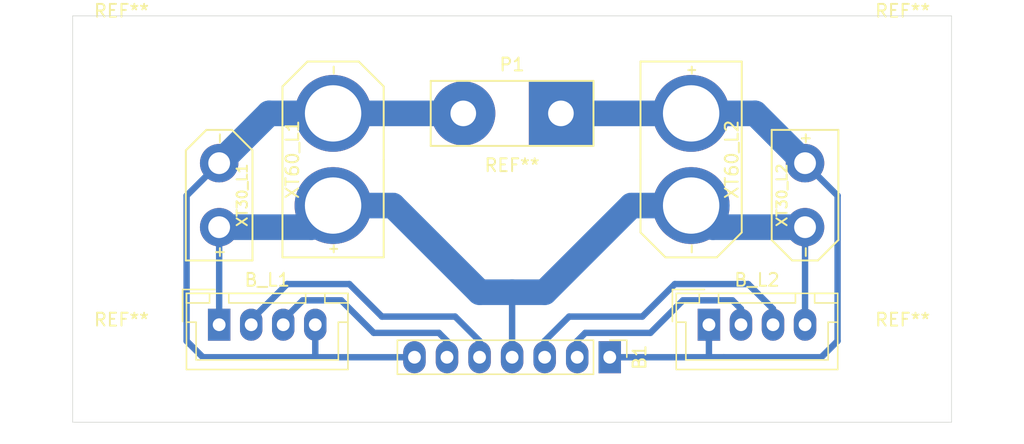
<source format=kicad_pcb>
(kicad_pcb (version 20171130) (host pcbnew "(5.1.2)-1")

  (general
    (thickness 1.6)
    (drawings 8)
    (tracks 62)
    (zones 0)
    (modules 13)
    (nets 8)
  )

  (page A4)
  (layers
    (0 F.Cu signal)
    (31 B.Cu signal)
    (32 B.Adhes user)
    (33 F.Adhes user)
    (34 B.Paste user)
    (35 F.Paste user)
    (36 B.SilkS user)
    (37 F.SilkS user)
    (38 B.Mask user)
    (39 F.Mask user)
    (40 Dwgs.User user)
    (41 Cmts.User user)
    (42 Eco1.User user)
    (43 Eco2.User user)
    (44 Edge.Cuts user)
    (45 Margin user)
    (46 B.CrtYd user)
    (47 F.CrtYd user)
    (48 B.Fab user)
    (49 F.Fab user)
  )

  (setup
    (last_trace_width 0.5)
    (trace_clearance 0.35)
    (zone_clearance 0.508)
    (zone_45_only no)
    (trace_min 0.2)
    (via_size 0.8)
    (via_drill 0.4)
    (via_min_size 0.4)
    (via_min_drill 0.3)
    (uvia_size 0.3)
    (uvia_drill 0.1)
    (uvias_allowed no)
    (uvia_min_size 0.2)
    (uvia_min_drill 0.1)
    (edge_width 0.05)
    (segment_width 0.2)
    (pcb_text_width 0.3)
    (pcb_text_size 1.5 1.5)
    (mod_edge_width 0.12)
    (mod_text_size 1 1)
    (mod_text_width 0.15)
    (pad_size 2.5 1.75)
    (pad_drill 1)
    (pad_to_mask_clearance 0.051)
    (solder_mask_min_width 0.25)
    (aux_axis_origin 0 0)
    (visible_elements 7FFFFFFF)
    (pcbplotparams
      (layerselection 0x01100_fffffffe)
      (usegerberextensions false)
      (usegerberattributes false)
      (usegerberadvancedattributes false)
      (creategerberjobfile false)
      (excludeedgelayer true)
      (linewidth 0.100000)
      (plotframeref false)
      (viasonmask false)
      (mode 1)
      (useauxorigin false)
      (hpglpennumber 1)
      (hpglpenspeed 20)
      (hpglpendiameter 15.000000)
      (psnegative false)
      (psa4output false)
      (plotreference true)
      (plotvalue true)
      (plotinvisibletext false)
      (padsonsilk false)
      (subtractmaskfromsilk false)
      (outputformat 1)
      (mirror false)
      (drillshape 0)
      (scaleselection 1)
      (outputdirectory "Gerber"))
  )

  (net 0 "")
  (net 1 /+5s)
  (net 2 /+4s)
  (net 3 /+3s)
  (net 4 /+2s)
  (net 5 /+1s)
  (net 6 /-)
  (net 7 /+6s)

  (net_class Default "This is the default net class."
    (clearance 0.35)
    (trace_width 0.5)
    (via_dia 0.8)
    (via_drill 0.4)
    (uvia_dia 0.3)
    (uvia_drill 0.1)
    (add_net /+1s)
    (add_net /+2s)
    (add_net /+3s)
    (add_net /+4s)
    (add_net /+5s)
    (add_net /+6s)
    (add_net /-)
  )

  (net_class Power ""
    (clearance 0.35)
    (trace_width 2)
    (via_dia 0.8)
    (via_drill 0.4)
    (uvia_dia 0.3)
    (uvia_drill 0.1)
  )

  (module Mounting_Holes:MountingHole_3.2mm_M3 (layer F.Cu) (tedit 56D1B4CB) (tstamp 5CD06F3D)
    (at 91.44 58.42)
    (descr "Mounting Hole 3.2mm, no annular, M3")
    (tags "mounting hole 3.2mm no annular m3")
    (attr virtual)
    (fp_text reference REF** (at 0 -4.2) (layer F.SilkS)
      (effects (font (size 1 1) (thickness 0.15)))
    )
    (fp_text value MountingHole_3.2mm_M3 (at 0 4.2) (layer F.Fab)
      (effects (font (size 1 1) (thickness 0.15)))
    )
    (fp_circle (center 0 0) (end 3.45 0) (layer F.CrtYd) (width 0.05))
    (fp_circle (center 0 0) (end 3.2 0) (layer Cmts.User) (width 0.15))
    (fp_text user %R (at 0.3 0) (layer F.Fab)
      (effects (font (size 1 1) (thickness 0.15)))
    )
    (pad 1 np_thru_hole circle (at 0 0) (size 3.2 3.2) (drill 3.2) (layers *.Cu *.Mask))
  )

  (module Mounting_Holes:MountingHole_3.2mm_M3 (layer F.Cu) (tedit 56D1B4CB) (tstamp 5CD06FF0)
    (at 121.92 70.485)
    (descr "Mounting Hole 3.2mm, no annular, M3")
    (tags "mounting hole 3.2mm no annular m3")
    (attr virtual)
    (fp_text reference REF** (at 0 -4.2) (layer F.SilkS)
      (effects (font (size 1 1) (thickness 0.15)))
    )
    (fp_text value MountingHole_3.2mm_M3 (at 0 4.2) (layer F.Fab)
      (effects (font (size 1 1) (thickness 0.15)))
    )
    (fp_text user %R (at 0.3 0) (layer F.Fab)
      (effects (font (size 1 1) (thickness 0.15)))
    )
    (fp_circle (center 0 0) (end 3.2 0) (layer Cmts.User) (width 0.15))
    (fp_circle (center 0 0) (end 3.45 0) (layer F.CrtYd) (width 0.05))
    (pad 1 np_thru_hole circle (at 0 0) (size 3.2 3.2) (drill 3.2) (layers *.Cu *.Mask))
  )

  (module Mounting_Holes:MountingHole_3.2mm_M3 (layer F.Cu) (tedit 56D1B4CB) (tstamp 5CD06FBF)
    (at 91.44 82.55)
    (descr "Mounting Hole 3.2mm, no annular, M3")
    (tags "mounting hole 3.2mm no annular m3")
    (attr virtual)
    (fp_text reference REF** (at 0 -4.2) (layer F.SilkS)
      (effects (font (size 1 1) (thickness 0.15)))
    )
    (fp_text value MountingHole_3.2mm_M3 (at 0 4.2) (layer F.Fab)
      (effects (font (size 1 1) (thickness 0.15)))
    )
    (fp_text user %R (at 0.3 0) (layer F.Fab)
      (effects (font (size 1 1) (thickness 0.15)))
    )
    (fp_circle (center 0 0) (end 3.2 0) (layer Cmts.User) (width 0.15))
    (fp_circle (center 0 0) (end 3.45 0) (layer F.CrtYd) (width 0.05))
    (pad 1 np_thru_hole circle (at 0 0) (size 3.2 3.2) (drill 3.2) (layers *.Cu *.Mask))
  )

  (module Mounting_Holes:MountingHole_3.2mm_M3 (layer F.Cu) (tedit 56D1B4CB) (tstamp 5CD06FA2)
    (at 152.4 82.55)
    (descr "Mounting Hole 3.2mm, no annular, M3")
    (tags "mounting hole 3.2mm no annular m3")
    (attr virtual)
    (fp_text reference REF** (at 0 -4.2) (layer F.SilkS)
      (effects (font (size 1 1) (thickness 0.15)))
    )
    (fp_text value MountingHole_3.2mm_M3 (at 0 4.2) (layer F.Fab)
      (effects (font (size 1 1) (thickness 0.15)))
    )
    (fp_circle (center 0 0) (end 3.45 0) (layer F.CrtYd) (width 0.05))
    (fp_circle (center 0 0) (end 3.2 0) (layer Cmts.User) (width 0.15))
    (fp_text user %R (at 0.3 0) (layer F.Fab)
      (effects (font (size 1 1) (thickness 0.15)))
    )
    (pad 1 np_thru_hole circle (at 0 0) (size 3.2 3.2) (drill 3.2) (layers *.Cu *.Mask))
  )

  (module Mounting_Holes:MountingHole_3.2mm_M3 (layer F.Cu) (tedit 56D1B4CB) (tstamp 5CD06F1E)
    (at 152.4 58.42)
    (descr "Mounting Hole 3.2mm, no annular, M3")
    (tags "mounting hole 3.2mm no annular m3")
    (attr virtual)
    (fp_text reference REF** (at 0 -4.2) (layer F.SilkS)
      (effects (font (size 1 1) (thickness 0.15)))
    )
    (fp_text value MountingHole_3.2mm_M3 (at 0 4.2) (layer F.Fab)
      (effects (font (size 1 1) (thickness 0.15)))
    )
    (fp_text user %R (at 0.3 0) (layer F.Fab)
      (effects (font (size 1 1) (thickness 0.15)))
    )
    (fp_circle (center 0 0) (end 3.2 0) (layer Cmts.User) (width 0.15))
    (fp_circle (center 0 0) (end 3.45 0) (layer F.CrtYd) (width 0.05))
    (pad 1 np_thru_hole circle (at 0 0) (size 3.2 3.2) (drill 3.2) (layers *.Cu *.Mask))
  )

  (module Pin_Headers:Pin_Header_Straight_1x07_Pitch2.54mm (layer F.Cu) (tedit 5CD18946) (tstamp 5CD06E6F)
    (at 129.54 81.28 270)
    (descr "Through hole straight pin header, 1x07, 2.54mm pitch, single row")
    (tags "Through hole pin header THT 1x07 2.54mm single row")
    (path /5CC88AE2)
    (fp_text reference B1 (at 0 -2.33 90) (layer F.SilkS)
      (effects (font (size 1 1) (thickness 0.15)))
    )
    (fp_text value Conn_01x07_Male (at 0 17.57 90) (layer F.Fab)
      (effects (font (size 1 1) (thickness 0.15)))
    )
    (fp_text user %R (at 0 7.62) (layer F.Fab)
      (effects (font (size 1 1) (thickness 0.15)))
    )
    (fp_line (start 1.8 -1.8) (end -1.8 -1.8) (layer F.CrtYd) (width 0.05))
    (fp_line (start 1.8 17.05) (end 1.8 -1.8) (layer F.CrtYd) (width 0.05))
    (fp_line (start -1.8 17.05) (end 1.8 17.05) (layer F.CrtYd) (width 0.05))
    (fp_line (start -1.8 -1.8) (end -1.8 17.05) (layer F.CrtYd) (width 0.05))
    (fp_line (start -1.33 -1.33) (end 0 -1.33) (layer F.SilkS) (width 0.12))
    (fp_line (start -1.33 0) (end -1.33 -1.33) (layer F.SilkS) (width 0.12))
    (fp_line (start -1.33 1.27) (end 1.33 1.27) (layer F.SilkS) (width 0.12))
    (fp_line (start 1.33 1.27) (end 1.33 16.57) (layer F.SilkS) (width 0.12))
    (fp_line (start -1.33 1.27) (end -1.33 16.57) (layer F.SilkS) (width 0.12))
    (fp_line (start -1.33 16.57) (end 1.33 16.57) (layer F.SilkS) (width 0.12))
    (fp_line (start -1.27 -0.635) (end -0.635 -1.27) (layer F.Fab) (width 0.1))
    (fp_line (start -1.27 16.51) (end -1.27 -0.635) (layer F.Fab) (width 0.1))
    (fp_line (start 1.27 16.51) (end -1.27 16.51) (layer F.Fab) (width 0.1))
    (fp_line (start 1.27 -1.27) (end 1.27 16.51) (layer F.Fab) (width 0.1))
    (fp_line (start -0.635 -1.27) (end 1.27 -1.27) (layer F.Fab) (width 0.1))
    (pad 7 thru_hole oval (at 0 15.24 270) (size 2.5 1.75) (drill 1) (layers *.Cu *.Mask)
      (net 6 /-))
    (pad 6 thru_hole oval (at 0 12.7 270) (size 2.5 1.75) (drill 1) (layers *.Cu *.Mask)
      (net 5 /+1s))
    (pad 5 thru_hole oval (at 0 10.16 270) (size 2.5 1.75) (drill 1) (layers *.Cu *.Mask)
      (net 4 /+2s))
    (pad 4 thru_hole oval (at 0 7.62 270) (size 2.5 1.75) (drill 1) (layers *.Cu *.Mask)
      (net 3 /+3s))
    (pad 3 thru_hole oval (at 0 5.08 270) (size 2.5 1.75) (drill 1) (layers *.Cu *.Mask)
      (net 2 /+4s))
    (pad 2 thru_hole oval (at 0 2.54 270) (size 2.5 1.75) (drill 1) (layers *.Cu *.Mask)
      (net 1 /+5s))
    (pad 1 thru_hole rect (at 0 0 270) (size 2.5 1.75) (drill 1) (layers *.Cu *.Mask)
      (net 7 /+6s))
    (model ${KISYS3DMOD}/Pin_Headers.3dshapes/Pin_Header_Straight_1x07_Pitch2.54mm.wrl
      (at (xyz 0 0 0))
      (scale (xyz 1 1 1))
      (rotate (xyz 0 0 0))
    )
  )

  (module Connectors_JST:JST_XH_B04B-XH-A_04x2.50mm_Straight (layer F.Cu) (tedit 5CD18880) (tstamp 5CD06B82)
    (at 99.06 78.74)
    (descr "JST XH series connector, B04B-XH-A, top entry type, through hole")
    (tags "connector jst xh tht top vertical 2.50mm")
    (path /5CC8F3DF)
    (fp_text reference B_L1 (at 3.75 -3.5) (layer F.SilkS)
      (effects (font (size 1 1) (thickness 0.15)))
    )
    (fp_text value Conn_01x04 (at 3.75 4.5) (layer F.Fab)
      (effects (font (size 1 1) (thickness 0.15)))
    )
    (fp_text user %R (at 3.75 2.5) (layer F.Fab)
      (effects (font (size 1 1) (thickness 0.15)))
    )
    (fp_line (start -2.85 -2.75) (end -2.85 -0.25) (layer F.Fab) (width 0.1))
    (fp_line (start -0.35 -2.75) (end -2.85 -2.75) (layer F.Fab) (width 0.1))
    (fp_line (start -2.85 -2.75) (end -2.85 -0.25) (layer F.SilkS) (width 0.12))
    (fp_line (start -0.35 -2.75) (end -2.85 -2.75) (layer F.SilkS) (width 0.12))
    (fp_line (start 9.3 2.75) (end 3.75 2.75) (layer F.SilkS) (width 0.12))
    (fp_line (start 9.3 -0.2) (end 9.3 2.75) (layer F.SilkS) (width 0.12))
    (fp_line (start 10.05 -0.2) (end 9.3 -0.2) (layer F.SilkS) (width 0.12))
    (fp_line (start -1.8 2.75) (end 3.75 2.75) (layer F.SilkS) (width 0.12))
    (fp_line (start -1.8 -0.2) (end -1.8 2.75) (layer F.SilkS) (width 0.12))
    (fp_line (start -2.55 -0.2) (end -1.8 -0.2) (layer F.SilkS) (width 0.12))
    (fp_line (start 10.05 -2.45) (end 8.25 -2.45) (layer F.SilkS) (width 0.12))
    (fp_line (start 10.05 -1.7) (end 10.05 -2.45) (layer F.SilkS) (width 0.12))
    (fp_line (start 8.25 -1.7) (end 10.05 -1.7) (layer F.SilkS) (width 0.12))
    (fp_line (start 8.25 -2.45) (end 8.25 -1.7) (layer F.SilkS) (width 0.12))
    (fp_line (start -0.75 -2.45) (end -2.55 -2.45) (layer F.SilkS) (width 0.12))
    (fp_line (start -0.75 -1.7) (end -0.75 -2.45) (layer F.SilkS) (width 0.12))
    (fp_line (start -2.55 -1.7) (end -0.75 -1.7) (layer F.SilkS) (width 0.12))
    (fp_line (start -2.55 -2.45) (end -2.55 -1.7) (layer F.SilkS) (width 0.12))
    (fp_line (start 6.75 -2.45) (end 0.75 -2.45) (layer F.SilkS) (width 0.12))
    (fp_line (start 6.75 -1.7) (end 6.75 -2.45) (layer F.SilkS) (width 0.12))
    (fp_line (start 0.75 -1.7) (end 6.75 -1.7) (layer F.SilkS) (width 0.12))
    (fp_line (start 0.75 -2.45) (end 0.75 -1.7) (layer F.SilkS) (width 0.12))
    (fp_line (start 10.05 -2.45) (end -2.55 -2.45) (layer F.SilkS) (width 0.12))
    (fp_line (start 10.05 3.5) (end 10.05 -2.45) (layer F.SilkS) (width 0.12))
    (fp_line (start -2.55 3.5) (end 10.05 3.5) (layer F.SilkS) (width 0.12))
    (fp_line (start -2.55 -2.45) (end -2.55 3.5) (layer F.SilkS) (width 0.12))
    (fp_line (start 10.45 -2.85) (end -2.95 -2.85) (layer F.CrtYd) (width 0.05))
    (fp_line (start 10.45 3.9) (end 10.45 -2.85) (layer F.CrtYd) (width 0.05))
    (fp_line (start -2.95 3.9) (end 10.45 3.9) (layer F.CrtYd) (width 0.05))
    (fp_line (start -2.95 -2.85) (end -2.95 3.9) (layer F.CrtYd) (width 0.05))
    (fp_line (start 9.95 -2.35) (end -2.45 -2.35) (layer F.Fab) (width 0.1))
    (fp_line (start 9.95 3.4) (end 9.95 -2.35) (layer F.Fab) (width 0.1))
    (fp_line (start -2.45 3.4) (end 9.95 3.4) (layer F.Fab) (width 0.1))
    (fp_line (start -2.45 -2.35) (end -2.45 3.4) (layer F.Fab) (width 0.1))
    (pad 4 thru_hole oval (at 7.5 0) (size 1.75 2.5) (drill 1) (layers *.Cu *.Mask)
      (net 6 /-))
    (pad 3 thru_hole oval (at 5 0) (size 1.75 2.5) (drill 1) (layers *.Cu *.Mask)
      (net 5 /+1s))
    (pad 2 thru_hole oval (at 2.5 0) (size 1.75 2.5) (drill 1) (layers *.Cu *.Mask)
      (net 4 /+2s))
    (pad 1 thru_hole rect (at 0 0) (size 1.75 2.5) (drill 1) (layers *.Cu *.Mask)
      (net 3 /+3s))
    (model Connectors_JST.3dshapes/JST_XH_B04B-XH-A_04x2.50mm_Straight.wrl
      (at (xyz 0 0 0))
      (scale (xyz 1 1 1))
      (rotate (xyz 0 0 0))
    )
  )

  (module Connectors_JST:JST_XH_B04B-XH-A_04x2.50mm_Straight (layer F.Cu) (tedit 5CD188D7) (tstamp 5CD05DAF)
    (at 137.28 78.74)
    (descr "JST XH series connector, B04B-XH-A, top entry type, through hole")
    (tags "connector jst xh tht top vertical 2.50mm")
    (path /5CC8E52C)
    (fp_text reference B_L2 (at 3.75 -3.5) (layer F.SilkS)
      (effects (font (size 1 1) (thickness 0.15)))
    )
    (fp_text value Conn_01x04 (at 3.75 4.5) (layer F.Fab)
      (effects (font (size 1 1) (thickness 0.15)))
    )
    (fp_line (start -2.45 -2.35) (end -2.45 3.4) (layer F.Fab) (width 0.1))
    (fp_line (start -2.45 3.4) (end 9.95 3.4) (layer F.Fab) (width 0.1))
    (fp_line (start 9.95 3.4) (end 9.95 -2.35) (layer F.Fab) (width 0.1))
    (fp_line (start 9.95 -2.35) (end -2.45 -2.35) (layer F.Fab) (width 0.1))
    (fp_line (start -2.95 -2.85) (end -2.95 3.9) (layer F.CrtYd) (width 0.05))
    (fp_line (start -2.95 3.9) (end 10.45 3.9) (layer F.CrtYd) (width 0.05))
    (fp_line (start 10.45 3.9) (end 10.45 -2.85) (layer F.CrtYd) (width 0.05))
    (fp_line (start 10.45 -2.85) (end -2.95 -2.85) (layer F.CrtYd) (width 0.05))
    (fp_line (start -2.55 -2.45) (end -2.55 3.5) (layer F.SilkS) (width 0.12))
    (fp_line (start -2.55 3.5) (end 10.05 3.5) (layer F.SilkS) (width 0.12))
    (fp_line (start 10.05 3.5) (end 10.05 -2.45) (layer F.SilkS) (width 0.12))
    (fp_line (start 10.05 -2.45) (end -2.55 -2.45) (layer F.SilkS) (width 0.12))
    (fp_line (start 0.75 -2.45) (end 0.75 -1.7) (layer F.SilkS) (width 0.12))
    (fp_line (start 0.75 -1.7) (end 6.75 -1.7) (layer F.SilkS) (width 0.12))
    (fp_line (start 6.75 -1.7) (end 6.75 -2.45) (layer F.SilkS) (width 0.12))
    (fp_line (start 6.75 -2.45) (end 0.75 -2.45) (layer F.SilkS) (width 0.12))
    (fp_line (start -2.55 -2.45) (end -2.55 -1.7) (layer F.SilkS) (width 0.12))
    (fp_line (start -2.55 -1.7) (end -0.75 -1.7) (layer F.SilkS) (width 0.12))
    (fp_line (start -0.75 -1.7) (end -0.75 -2.45) (layer F.SilkS) (width 0.12))
    (fp_line (start -0.75 -2.45) (end -2.55 -2.45) (layer F.SilkS) (width 0.12))
    (fp_line (start 8.25 -2.45) (end 8.25 -1.7) (layer F.SilkS) (width 0.12))
    (fp_line (start 8.25 -1.7) (end 10.05 -1.7) (layer F.SilkS) (width 0.12))
    (fp_line (start 10.05 -1.7) (end 10.05 -2.45) (layer F.SilkS) (width 0.12))
    (fp_line (start 10.05 -2.45) (end 8.25 -2.45) (layer F.SilkS) (width 0.12))
    (fp_line (start -2.55 -0.2) (end -1.8 -0.2) (layer F.SilkS) (width 0.12))
    (fp_line (start -1.8 -0.2) (end -1.8 2.75) (layer F.SilkS) (width 0.12))
    (fp_line (start -1.8 2.75) (end 3.75 2.75) (layer F.SilkS) (width 0.12))
    (fp_line (start 10.05 -0.2) (end 9.3 -0.2) (layer F.SilkS) (width 0.12))
    (fp_line (start 9.3 -0.2) (end 9.3 2.75) (layer F.SilkS) (width 0.12))
    (fp_line (start 9.3 2.75) (end 3.75 2.75) (layer F.SilkS) (width 0.12))
    (fp_line (start -0.35 -2.75) (end -2.85 -2.75) (layer F.SilkS) (width 0.12))
    (fp_line (start -2.85 -2.75) (end -2.85 -0.25) (layer F.SilkS) (width 0.12))
    (fp_line (start -0.35 -2.75) (end -2.85 -2.75) (layer F.Fab) (width 0.1))
    (fp_line (start -2.85 -2.75) (end -2.85 -0.25) (layer F.Fab) (width 0.1))
    (fp_text user %R (at 3.75 2.5) (layer F.Fab)
      (effects (font (size 1 1) (thickness 0.15)))
    )
    (pad 1 thru_hole rect (at 0 0) (size 1.75 2.5) (drill 1) (layers *.Cu *.Mask)
      (net 7 /+6s))
    (pad 2 thru_hole oval (at 2.5 0) (size 1.75 2.5) (drill 1) (layers *.Cu *.Mask)
      (net 1 /+5s))
    (pad 3 thru_hole oval (at 5 0) (size 1.75 2.5) (drill 1) (layers *.Cu *.Mask)
      (net 2 /+4s))
    (pad 4 thru_hole oval (at 7.5 0) (size 1.75 2.5) (drill 1) (layers *.Cu *.Mask)
      (net 3 /+3s))
    (model Connectors_JST.3dshapes/JST_XH_B04B-XH-A_04x2.50mm_Straight.wrl
      (at (xyz 0 0 0))
      (scale (xyz 1 1 1))
      (rotate (xyz 0 0 0))
    )
  )

  (module PowerCable:PowerCable (layer F.Cu) (tedit 5BC5E358) (tstamp 5CD05DB9)
    (at 125.73 62.23 180)
    (path /5CC8D827)
    (fp_text reference P1 (at 3.81 3.81) (layer F.SilkS)
      (effects (font (size 1 1) (thickness 0.15)))
    )
    (fp_text value Conn_01x02_Male (at 3.81 -3.81) (layer F.Fab)
      (effects (font (size 1 1) (thickness 0.15)))
    )
    (fp_line (start -2.54 -2.54) (end 10.16 -2.54) (layer F.SilkS) (width 0.15))
    (fp_line (start 10.16 -2.54) (end 10.16 2.54) (layer F.SilkS) (width 0.15))
    (fp_line (start 10.16 2.54) (end -2.54 2.54) (layer F.SilkS) (width 0.15))
    (fp_line (start -2.54 2.54) (end -2.54 -2.54) (layer F.SilkS) (width 0.15))
    (pad 1 thru_hole rect (at 0 0 180) (size 5 5) (drill 2) (layers *.Cu *.Mask)
      (net 7 /+6s))
    (pad 2 thru_hole circle (at 7.62 0 180) (size 5 5) (drill 2) (layers *.Cu *.Mask)
      (net 6 /-))
  )

  (module XT:XT30 (layer F.Cu) (tedit 5CD0220C) (tstamp 5CD06093)
    (at 99.06 68.62 270)
    (path /5CCBDB4B)
    (fp_text reference XT30_L1 (at 0 -1.8 90) (layer F.SilkS)
      (effects (font (size 0.8 0.8) (thickness 0.15)))
    )
    (fp_text value Conn_01x02 (at 0 1.8 90) (layer F.Fab)
      (effects (font (size 0.8 0.8) (thickness 0.15)))
    )
    (fp_text user + (at 4.445 0 90) (layer F.SilkS)
      (effects (font (size 0.8 0.8) (thickness 0.15)))
    )
    (fp_text user - (at -4.445 0 90) (layer F.SilkS)
      (effects (font (size 0.8 0.8) (thickness 0.15)))
    )
    (fp_line (start 5.1 2.6) (end -3.5 2.6) (layer F.SilkS) (width 0.15))
    (fp_line (start -3.5 -2.6) (end 0 -2.6) (layer F.SilkS) (width 0.15))
    (fp_line (start -5.1 -1) (end -5.1 1) (layer F.SilkS) (width 0.15))
    (fp_line (start -5.1 1) (end -3.5 2.6) (layer F.SilkS) (width 0.15))
    (fp_line (start -5.1 -1) (end -3.5 -2.6) (layer F.SilkS) (width 0.15))
    (fp_line (start 5.1 -2.6) (end 5.1 2.6) (layer F.SilkS) (width 0.15))
    (fp_line (start 0 -2.6) (end 5.1 -2.6) (layer F.SilkS) (width 0.15))
    (pad 1 thru_hole circle (at 2.5 0 270) (size 3 3) (drill 1.7) (layers *.Cu *.Mask)
      (net 3 /+3s))
    (pad 2 thru_hole circle (at -2.5 0 270) (size 3 3) (drill 1.7) (layers *.Cu *.Mask)
      (net 6 /-))
  )

  (module XT:XT30 (layer F.Cu) (tedit 5CD0220C) (tstamp 5CD06A9D)
    (at 144.78 68.62 90)
    (path /5CC988DC)
    (fp_text reference XT30_L2 (at 0 -1.8 90) (layer F.SilkS)
      (effects (font (size 0.8 0.8) (thickness 0.15)))
    )
    (fp_text value Conn_01x02 (at 0 1.8 90) (layer F.Fab)
      (effects (font (size 0.8 0.8) (thickness 0.15)))
    )
    (fp_line (start 0 -2.6) (end 5.1 -2.6) (layer F.SilkS) (width 0.15))
    (fp_line (start 5.1 -2.6) (end 5.1 2.6) (layer F.SilkS) (width 0.15))
    (fp_line (start -5.1 -1) (end -3.5 -2.6) (layer F.SilkS) (width 0.15))
    (fp_line (start -5.1 1) (end -3.5 2.6) (layer F.SilkS) (width 0.15))
    (fp_line (start -5.1 -1) (end -5.1 1) (layer F.SilkS) (width 0.15))
    (fp_line (start -3.5 -2.6) (end 0 -2.6) (layer F.SilkS) (width 0.15))
    (fp_line (start 5.1 2.6) (end -3.5 2.6) (layer F.SilkS) (width 0.15))
    (fp_text user - (at -4.445 0 90) (layer F.SilkS)
      (effects (font (size 0.8 0.8) (thickness 0.15)))
    )
    (fp_text user + (at 4.445 0 90) (layer F.SilkS)
      (effects (font (size 0.8 0.8) (thickness 0.15)))
    )
    (pad 2 thru_hole circle (at -2.5 0 90) (size 3 3) (drill 1.7) (layers *.Cu *.Mask)
      (net 3 /+3s))
    (pad 1 thru_hole circle (at 2.5 0 90) (size 3 3) (drill 1.7) (layers *.Cu *.Mask)
      (net 7 /+6s))
  )

  (module XT:XT60 (layer F.Cu) (tedit 5CD05A7E) (tstamp 5CD06946)
    (at 107.95 65.83 270)
    (path /5CCBE27C)
    (fp_text reference XT60_L1 (at 0 3.175 90) (layer F.SilkS)
      (effects (font (size 1 1) (thickness 0.15)))
    )
    (fp_text value Conn_01x02 (at 0 -3.175 90) (layer F.Fab)
      (effects (font (size 1 1) (thickness 0.15)))
    )
    (fp_text user + (at 6.985 0 90) (layer F.SilkS)
      (effects (font (size 0.7 0.7) (thickness 0.15)))
    )
    (fp_text user - (at -6.985 0 90) (layer F.SilkS)
      (effects (font (size 0.7 0.7) (thickness 0.15)))
    )
    (fp_line (start -5.7 3.95) (end 7.65 3.95) (layer F.SilkS) (width 0.15))
    (fp_line (start -5.7 -3.95) (end 0 -3.95) (layer F.SilkS) (width 0.15))
    (fp_line (start -7.65 -2) (end -7.65 2) (layer F.SilkS) (width 0.15))
    (fp_line (start -7.65 2) (end -5.7 3.95) (layer F.SilkS) (width 0.15))
    (fp_line (start -7.65 -2) (end -5.7 -3.95) (layer F.SilkS) (width 0.15))
    (fp_line (start 7.65 -3.95) (end 7.65 3.95) (layer F.SilkS) (width 0.15))
    (fp_line (start 0 -3.95) (end 7.65 -3.95) (layer F.SilkS) (width 0.15))
    (pad 1 thru_hole circle (at 3.6 0 270) (size 6 6) (drill 4.4) (layers *.Cu *.Mask)
      (net 3 /+3s))
    (pad 2 thru_hole circle (at -3.6 0 270) (size 6 6) (drill 4.4) (layers *.Cu *.Mask)
      (net 6 /-))
  )

  (module XT:XT60 (layer F.Cu) (tedit 5CD05A7E) (tstamp 5CD05DF5)
    (at 135.89 65.83 90)
    (path /5CCB7791)
    (fp_text reference XT60_L2 (at 0 3.175 90) (layer F.SilkS)
      (effects (font (size 1 1) (thickness 0.15)))
    )
    (fp_text value Conn_01x02 (at 0 -3.175 90) (layer F.Fab)
      (effects (font (size 1 1) (thickness 0.15)))
    )
    (fp_line (start 0 -3.95) (end 7.65 -3.95) (layer F.SilkS) (width 0.15))
    (fp_line (start 7.65 -3.95) (end 7.65 3.95) (layer F.SilkS) (width 0.15))
    (fp_line (start -7.65 -2) (end -5.7 -3.95) (layer F.SilkS) (width 0.15))
    (fp_line (start -7.65 2) (end -5.7 3.95) (layer F.SilkS) (width 0.15))
    (fp_line (start -7.65 -2) (end -7.65 2) (layer F.SilkS) (width 0.15))
    (fp_line (start -5.7 -3.95) (end 0 -3.95) (layer F.SilkS) (width 0.15))
    (fp_line (start -5.7 3.95) (end 7.65 3.95) (layer F.SilkS) (width 0.15))
    (fp_text user - (at -6.985 0 90) (layer F.SilkS)
      (effects (font (size 0.7 0.7) (thickness 0.15)))
    )
    (fp_text user + (at 6.985 0 90) (layer F.SilkS)
      (effects (font (size 0.7 0.7) (thickness 0.15)))
    )
    (pad 2 thru_hole circle (at -3.6 0 90) (size 6 6) (drill 4.4) (layers *.Cu *.Mask)
      (net 3 /+3s))
    (pad 1 thru_hole circle (at 3.6 0 90) (size 6 6) (drill 4.4) (layers *.Cu *.Mask)
      (net 7 /+6s))
  )

  (gr_line (start 87.63 86.36) (end 156.21 86.36) (layer Edge.Cuts) (width 0.05) (tstamp 5CD06F7F))
  (gr_text "Only use it when you know what you are doing!" (at 121.92 84.455) (layer Dwgs.User) (tstamp 5CD06F4C)
    (effects (font (size 1.4 1.4) (thickness 0.3)) (justify mirror))
  )
  (gr_line (start 87.63 54.61) (end 156.21 54.61) (layer Edge.Cuts) (width 0.05))
  (gr_text 2 (at 152.4 70.485) (layer Dwgs.User) (tstamp 5CD06ED6)
    (effects (font (size 5 5) (thickness 1.25)) (justify mirror))
  )
  (gr_line (start 87.63 86.36) (end 87.63 54.61) (layer Edge.Cuts) (width 0.05) (tstamp 5CD06DA1))
  (gr_line (start 156.21 54.61) (end 156.21 86.36) (layer Edge.Cuts) (width 0.05))
  (gr_text 1 (at 91.44 70.485) (layer Dwgs.User) (tstamp 5CD02D1C)
    (effects (font (size 5 5) (thickness 1.25)) (justify mirror))
  )
  (gr_text "Balance Adapter Board for 2 3s Lipos" (at 121.92 56.515) (layer Dwgs.User) (tstamp 5CD06F05)
    (effects (font (size 1.5 1.5) (thickness 0.3)) (justify mirror))
  )

  (segment (start 127 81.28) (end 127 80.01) (width 0.5) (layer B.Cu) (net 1))
  (segment (start 139.112436 76.835) (end 139.78 77.502564) (width 0.5) (layer B.Cu) (net 1))
  (segment (start 139.78 77.502564) (end 139.78 78.74) (width 0.5) (layer B.Cu) (net 1))
  (segment (start 135.255 76.835) (end 139.112436 76.835) (width 0.5) (layer B.Cu) (net 1))
  (segment (start 132.715 79.375) (end 135.255 76.835) (width 0.5) (layer B.Cu) (net 1))
  (segment (start 127.635 79.375) (end 132.715 79.375) (width 0.5) (layer B.Cu) (net 1))
  (segment (start 127 80.01) (end 127.635 79.375) (width 0.5) (layer B.Cu) (net 1))
  (segment (start 142.28 78.74) (end 142.28 77.502564) (width 0.5) (layer B.Cu) (net 2))
  (segment (start 126.365 78.105) (end 124.46 80.01) (width 0.5) (layer B.Cu) (net 2))
  (segment (start 124.46 80.01) (end 124.46 81.28) (width 0.5) (layer B.Cu) (net 2))
  (segment (start 132.08 78.105) (end 126.365 78.105) (width 0.5) (layer B.Cu) (net 2))
  (segment (start 134.62 75.565) (end 132.08 78.105) (width 0.5) (layer B.Cu) (net 2))
  (segment (start 140.342436 75.565) (end 134.62 75.565) (width 0.5) (layer B.Cu) (net 2))
  (segment (start 142.28 77.502564) (end 140.342436 75.565) (width 0.5) (layer B.Cu) (net 2))
  (segment (start 144.78 78.74) (end 144.78 71.12) (width 0.5) (layer B.Cu) (net 3))
  (segment (start 124.46 76.2) (end 131.23 69.43) (width 2) (layer B.Cu) (net 3))
  (segment (start 112.61 69.43) (end 119.38 76.2) (width 2) (layer B.Cu) (net 3))
  (segment (start 121.92 81.28) (end 121.92 76.2) (width 0.5) (layer B.Cu) (net 3))
  (segment (start 119.38 76.2) (end 121.92 76.2) (width 2) (layer B.Cu) (net 3))
  (segment (start 121.92 76.2) (end 124.46 76.2) (width 2) (layer B.Cu) (net 3))
  (segment (start 107.95 69.43) (end 112.61 69.43) (width 2) (layer B.Cu) (net 3))
  (segment (start 131.23 69.43) (end 135.89 69.43) (width 2) (layer B.Cu) (net 3))
  (segment (start 106.26 71.12) (end 107.95 69.43) (width 2) (layer B.Cu) (net 3))
  (segment (start 99.06 71.12) (end 106.26 71.12) (width 2) (layer B.Cu) (net 3))
  (segment (start 137.58 71.12) (end 135.89 69.43) (width 2) (layer B.Cu) (net 3))
  (segment (start 144.78 71.12) (end 137.58 71.12) (width 2) (layer B.Cu) (net 3))
  (segment (start 99.06 78.74) (end 99.06 71.12) (width 0.5) (layer B.Cu) (net 3))
  (segment (start 119.38 80.01) (end 119.38 81.28) (width 0.5) (layer B.Cu) (net 4))
  (segment (start 117.475 78.105) (end 119.38 80.01) (width 0.5) (layer B.Cu) (net 4))
  (segment (start 111.76 78.105) (end 117.475 78.105) (width 0.5) (layer B.Cu) (net 4))
  (segment (start 109.22 75.565) (end 111.76 78.105) (width 0.5) (layer B.Cu) (net 4))
  (segment (start 101.56 78.365) (end 101.56 78.74) (width 0.5) (layer B.Cu) (net 4))
  (segment (start 104.36 75.565) (end 101.56 78.365) (width 0.5) (layer B.Cu) (net 4))
  (segment (start 109.22 75.565) (end 104.36 75.565) (width 0.5) (layer B.Cu) (net 4))
  (segment (start 116.84 80.01) (end 116.84 81.28) (width 0.5) (layer B.Cu) (net 5) (status 1000000))
  (segment (start 116.205 79.375) (end 116.84 80.01) (width 0.5) (layer B.Cu) (net 5) (status 1000000))
  (segment (start 111.125 79.375) (end 116.205 79.375) (width 0.5) (layer B.Cu) (net 5) (status 1000000))
  (segment (start 108.585 76.835) (end 111.125 79.375) (width 0.5) (layer B.Cu) (net 5) (status 1000000))
  (segment (start 104.06 78.365) (end 104.06 78.74) (width 0.5) (layer B.Cu) (net 5))
  (segment (start 105.59 76.835) (end 104.06 78.365) (width 0.5) (layer B.Cu) (net 5))
  (segment (start 108.585 76.835) (end 105.59 76.835) (width 0.5) (layer B.Cu) (net 5))
  (segment (start 96.52 68.66) (end 99.06 66.12) (width 0.5) (layer B.Cu) (net 6))
  (segment (start 97.79 81.28) (end 96.52 80.01) (width 0.5) (layer B.Cu) (net 6))
  (segment (start 96.52 80.01) (end 96.52 68.66) (width 0.5) (layer B.Cu) (net 6))
  (segment (start 118.11 62.23) (end 107.95 62.23) (width 2) (layer B.Cu) (net 6))
  (segment (start 102.95 62.23) (end 99.06 66.12) (width 2) (layer B.Cu) (net 6))
  (segment (start 107.95 62.23) (end 102.95 62.23) (width 2) (layer B.Cu) (net 6))
  (segment (start 106.56 81.16) (end 106.68 81.28) (width 0.5) (layer B.Cu) (net 6))
  (segment (start 106.56 78.74) (end 106.56 81.16) (width 0.5) (layer B.Cu) (net 6))
  (segment (start 97.79 81.28) (end 106.68 81.28) (width 0.5) (layer B.Cu) (net 6))
  (segment (start 106.68 81.28) (end 114.3 81.28) (width 0.5) (layer B.Cu) (net 6))
  (segment (start 147.32 68.66) (end 144.78 66.12) (width 0.5) (layer B.Cu) (net 7))
  (segment (start 137.28 81.28) (end 138.43 81.28) (width 0.5) (layer B.Cu) (net 7))
  (segment (start 146.05 81.28) (end 147.32 80.01) (width 0.5) (layer B.Cu) (net 7))
  (segment (start 138.43 81.28) (end 146.05 81.28) (width 0.5) (layer B.Cu) (net 7))
  (segment (start 147.32 80.01) (end 147.32 68.66) (width 0.5) (layer B.Cu) (net 7))
  (segment (start 137.28 79.965) (end 137.28 81.28) (width 0.5) (layer B.Cu) (net 7))
  (segment (start 137.28 78.74) (end 137.28 79.965) (width 0.5) (layer B.Cu) (net 7))
  (segment (start 129.54 81.28) (end 137.28 81.28) (width 0.5) (layer B.Cu) (net 7))
  (segment (start 125.73 62.23) (end 135.89 62.23) (width 2) (layer B.Cu) (net 7))
  (segment (start 140.89 62.23) (end 144.78 66.12) (width 2) (layer B.Cu) (net 7))
  (segment (start 135.89 62.23) (end 140.89 62.23) (width 2) (layer B.Cu) (net 7))

)

</source>
